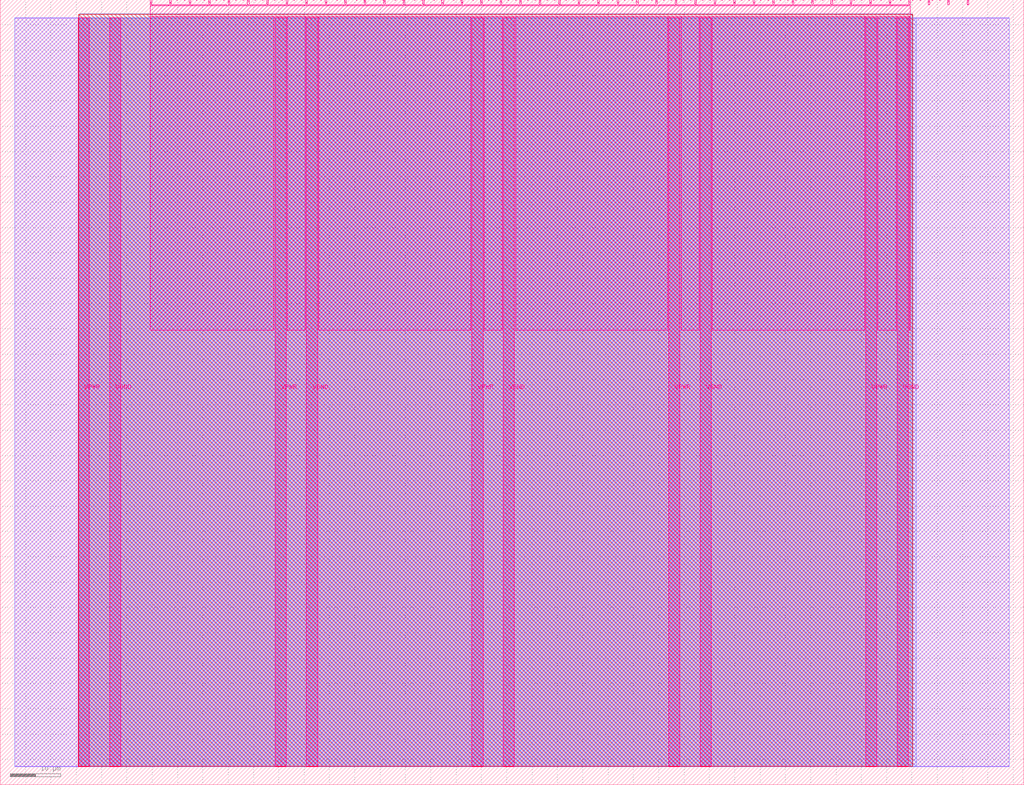
<source format=lef>
VERSION 5.7 ;
  NOWIREEXTENSIONATPIN ON ;
  DIVIDERCHAR "/" ;
  BUSBITCHARS "[]" ;
MACRO tt_um_tt09_array_multiplier
  CLASS BLOCK ;
  FOREIGN tt_um_tt09_array_multiplier ;
  ORIGIN 0.000 0.000 ;
  SIZE 202.080 BY 154.980 ;
  PIN VGND
    DIRECTION INOUT ;
    USE GROUND ;
    PORT
      LAYER Metal5 ;
        RECT 21.580 3.560 23.780 151.420 ;
    END
    PORT
      LAYER Metal5 ;
        RECT 60.450 3.560 62.650 151.420 ;
    END
    PORT
      LAYER Metal5 ;
        RECT 99.320 3.560 101.520 151.420 ;
    END
    PORT
      LAYER Metal5 ;
        RECT 138.190 3.560 140.390 151.420 ;
    END
    PORT
      LAYER Metal5 ;
        RECT 177.060 3.560 179.260 151.420 ;
    END
  END VGND
  PIN VPWR
    DIRECTION INOUT ;
    USE POWER ;
    PORT
      LAYER Metal5 ;
        RECT 15.380 3.560 17.580 151.420 ;
    END
    PORT
      LAYER Metal5 ;
        RECT 54.250 3.560 56.450 151.420 ;
    END
    PORT
      LAYER Metal5 ;
        RECT 93.120 3.560 95.320 151.420 ;
    END
    PORT
      LAYER Metal5 ;
        RECT 131.990 3.560 134.190 151.420 ;
    END
    PORT
      LAYER Metal5 ;
        RECT 170.860 3.560 173.060 151.420 ;
    END
  END VPWR
  PIN clk
    DIRECTION INPUT ;
    USE SIGNAL ;
    PORT
      LAYER Metal5 ;
        RECT 187.050 153.980 187.350 154.980 ;
    END
  END clk
  PIN ena
    DIRECTION INPUT ;
    USE SIGNAL ;
    PORT
      LAYER Metal5 ;
        RECT 190.890 153.980 191.190 154.980 ;
    END
  END ena
  PIN rst_n
    DIRECTION INPUT ;
    USE SIGNAL ;
    PORT
      LAYER Metal5 ;
        RECT 183.210 153.980 183.510 154.980 ;
    END
  END rst_n
  PIN ui_in[0]
    DIRECTION INPUT ;
    USE SIGNAL ;
    ANTENNAGATEAREA 0.213200 ;
    PORT
      LAYER Metal5 ;
        RECT 179.370 153.980 179.670 154.980 ;
    END
  END ui_in[0]
  PIN ui_in[1]
    DIRECTION INPUT ;
    USE SIGNAL ;
    ANTENNAGATEAREA 0.213200 ;
    PORT
      LAYER Metal5 ;
        RECT 175.530 153.980 175.830 154.980 ;
    END
  END ui_in[1]
  PIN ui_in[2]
    DIRECTION INPUT ;
    USE SIGNAL ;
    ANTENNAGATEAREA 0.213200 ;
    PORT
      LAYER Metal5 ;
        RECT 171.690 153.980 171.990 154.980 ;
    END
  END ui_in[2]
  PIN ui_in[3]
    DIRECTION INPUT ;
    USE SIGNAL ;
    ANTENNAGATEAREA 0.213200 ;
    PORT
      LAYER Metal5 ;
        RECT 167.850 153.980 168.150 154.980 ;
    END
  END ui_in[3]
  PIN ui_in[4]
    DIRECTION INPUT ;
    USE SIGNAL ;
    ANTENNAGATEAREA 0.213200 ;
    PORT
      LAYER Metal5 ;
        RECT 164.010 153.980 164.310 154.980 ;
    END
  END ui_in[4]
  PIN ui_in[5]
    DIRECTION INPUT ;
    USE SIGNAL ;
    ANTENNAGATEAREA 0.213200 ;
    PORT
      LAYER Metal5 ;
        RECT 160.170 153.980 160.470 154.980 ;
    END
  END ui_in[5]
  PIN ui_in[6]
    DIRECTION INPUT ;
    USE SIGNAL ;
    ANTENNAGATEAREA 0.213200 ;
    PORT
      LAYER Metal5 ;
        RECT 156.330 153.980 156.630 154.980 ;
    END
  END ui_in[6]
  PIN ui_in[7]
    DIRECTION INPUT ;
    USE SIGNAL ;
    ANTENNAGATEAREA 0.213200 ;
    PORT
      LAYER Metal5 ;
        RECT 152.490 153.980 152.790 154.980 ;
    END
  END ui_in[7]
  PIN uio_in[0]
    DIRECTION INPUT ;
    USE SIGNAL ;
    PORT
      LAYER Metal5 ;
        RECT 148.650 153.980 148.950 154.980 ;
    END
  END uio_in[0]
  PIN uio_in[1]
    DIRECTION INPUT ;
    USE SIGNAL ;
    PORT
      LAYER Metal5 ;
        RECT 144.810 153.980 145.110 154.980 ;
    END
  END uio_in[1]
  PIN uio_in[2]
    DIRECTION INPUT ;
    USE SIGNAL ;
    PORT
      LAYER Metal5 ;
        RECT 140.970 153.980 141.270 154.980 ;
    END
  END uio_in[2]
  PIN uio_in[3]
    DIRECTION INPUT ;
    USE SIGNAL ;
    PORT
      LAYER Metal5 ;
        RECT 137.130 153.980 137.430 154.980 ;
    END
  END uio_in[3]
  PIN uio_in[4]
    DIRECTION INPUT ;
    USE SIGNAL ;
    PORT
      LAYER Metal5 ;
        RECT 133.290 153.980 133.590 154.980 ;
    END
  END uio_in[4]
  PIN uio_in[5]
    DIRECTION INPUT ;
    USE SIGNAL ;
    PORT
      LAYER Metal5 ;
        RECT 129.450 153.980 129.750 154.980 ;
    END
  END uio_in[5]
  PIN uio_in[6]
    DIRECTION INPUT ;
    USE SIGNAL ;
    PORT
      LAYER Metal5 ;
        RECT 125.610 153.980 125.910 154.980 ;
    END
  END uio_in[6]
  PIN uio_in[7]
    DIRECTION INPUT ;
    USE SIGNAL ;
    PORT
      LAYER Metal5 ;
        RECT 121.770 153.980 122.070 154.980 ;
    END
  END uio_in[7]
  PIN uio_oe[0]
    DIRECTION OUTPUT ;
    USE SIGNAL ;
    ANTENNADIFFAREA 0.299200 ;
    PORT
      LAYER Metal5 ;
        RECT 56.490 153.980 56.790 154.980 ;
    END
  END uio_oe[0]
  PIN uio_oe[1]
    DIRECTION OUTPUT ;
    USE SIGNAL ;
    ANTENNADIFFAREA 0.299200 ;
    PORT
      LAYER Metal5 ;
        RECT 52.650 153.980 52.950 154.980 ;
    END
  END uio_oe[1]
  PIN uio_oe[2]
    DIRECTION OUTPUT ;
    USE SIGNAL ;
    ANTENNADIFFAREA 0.299200 ;
    PORT
      LAYER Metal5 ;
        RECT 48.810 153.980 49.110 154.980 ;
    END
  END uio_oe[2]
  PIN uio_oe[3]
    DIRECTION OUTPUT ;
    USE SIGNAL ;
    ANTENNADIFFAREA 0.299200 ;
    PORT
      LAYER Metal5 ;
        RECT 44.970 153.980 45.270 154.980 ;
    END
  END uio_oe[3]
  PIN uio_oe[4]
    DIRECTION OUTPUT ;
    USE SIGNAL ;
    ANTENNADIFFAREA 0.299200 ;
    PORT
      LAYER Metal5 ;
        RECT 41.130 153.980 41.430 154.980 ;
    END
  END uio_oe[4]
  PIN uio_oe[5]
    DIRECTION OUTPUT ;
    USE SIGNAL ;
    ANTENNADIFFAREA 0.299200 ;
    PORT
      LAYER Metal5 ;
        RECT 37.290 153.980 37.590 154.980 ;
    END
  END uio_oe[5]
  PIN uio_oe[6]
    DIRECTION OUTPUT ;
    USE SIGNAL ;
    ANTENNADIFFAREA 0.299200 ;
    PORT
      LAYER Metal5 ;
        RECT 33.450 153.980 33.750 154.980 ;
    END
  END uio_oe[6]
  PIN uio_oe[7]
    DIRECTION OUTPUT ;
    USE SIGNAL ;
    ANTENNADIFFAREA 0.299200 ;
    PORT
      LAYER Metal5 ;
        RECT 29.610 153.980 29.910 154.980 ;
    END
  END uio_oe[7]
  PIN uio_out[0]
    DIRECTION OUTPUT ;
    USE SIGNAL ;
    ANTENNADIFFAREA 0.299200 ;
    PORT
      LAYER Metal5 ;
        RECT 87.210 153.980 87.510 154.980 ;
    END
  END uio_out[0]
  PIN uio_out[1]
    DIRECTION OUTPUT ;
    USE SIGNAL ;
    ANTENNADIFFAREA 0.299200 ;
    PORT
      LAYER Metal5 ;
        RECT 83.370 153.980 83.670 154.980 ;
    END
  END uio_out[1]
  PIN uio_out[2]
    DIRECTION OUTPUT ;
    USE SIGNAL ;
    ANTENNADIFFAREA 0.299200 ;
    PORT
      LAYER Metal5 ;
        RECT 79.530 153.980 79.830 154.980 ;
    END
  END uio_out[2]
  PIN uio_out[3]
    DIRECTION OUTPUT ;
    USE SIGNAL ;
    ANTENNADIFFAREA 0.299200 ;
    PORT
      LAYER Metal5 ;
        RECT 75.690 153.980 75.990 154.980 ;
    END
  END uio_out[3]
  PIN uio_out[4]
    DIRECTION OUTPUT ;
    USE SIGNAL ;
    ANTENNADIFFAREA 0.299200 ;
    PORT
      LAYER Metal5 ;
        RECT 71.850 153.980 72.150 154.980 ;
    END
  END uio_out[4]
  PIN uio_out[5]
    DIRECTION OUTPUT ;
    USE SIGNAL ;
    ANTENNADIFFAREA 0.299200 ;
    PORT
      LAYER Metal5 ;
        RECT 68.010 153.980 68.310 154.980 ;
    END
  END uio_out[5]
  PIN uio_out[6]
    DIRECTION OUTPUT ;
    USE SIGNAL ;
    ANTENNADIFFAREA 0.299200 ;
    PORT
      LAYER Metal5 ;
        RECT 64.170 153.980 64.470 154.980 ;
    END
  END uio_out[6]
  PIN uio_out[7]
    DIRECTION OUTPUT ;
    USE SIGNAL ;
    ANTENNADIFFAREA 0.299200 ;
    PORT
      LAYER Metal5 ;
        RECT 60.330 153.980 60.630 154.980 ;
    END
  END uio_out[7]
  PIN uo_out[0]
    DIRECTION OUTPUT ;
    USE SIGNAL ;
    ANTENNADIFFAREA 0.632400 ;
    PORT
      LAYER Metal5 ;
        RECT 117.930 153.980 118.230 154.980 ;
    END
  END uo_out[0]
  PIN uo_out[1]
    DIRECTION OUTPUT ;
    USE SIGNAL ;
    ANTENNADIFFAREA 0.654800 ;
    PORT
      LAYER Metal5 ;
        RECT 114.090 153.980 114.390 154.980 ;
    END
  END uo_out[1]
  PIN uo_out[2]
    DIRECTION OUTPUT ;
    USE SIGNAL ;
    ANTENNADIFFAREA 0.654800 ;
    PORT
      LAYER Metal5 ;
        RECT 110.250 153.980 110.550 154.980 ;
    END
  END uo_out[2]
  PIN uo_out[3]
    DIRECTION OUTPUT ;
    USE SIGNAL ;
    ANTENNADIFFAREA 0.654800 ;
    PORT
      LAYER Metal5 ;
        RECT 106.410 153.980 106.710 154.980 ;
    END
  END uo_out[3]
  PIN uo_out[4]
    DIRECTION OUTPUT ;
    USE SIGNAL ;
    ANTENNADIFFAREA 0.654800 ;
    PORT
      LAYER Metal5 ;
        RECT 102.570 153.980 102.870 154.980 ;
    END
  END uo_out[4]
  PIN uo_out[5]
    DIRECTION OUTPUT ;
    USE SIGNAL ;
    ANTENNADIFFAREA 0.654800 ;
    PORT
      LAYER Metal5 ;
        RECT 98.730 153.980 99.030 154.980 ;
    END
  END uo_out[5]
  PIN uo_out[6]
    DIRECTION OUTPUT ;
    USE SIGNAL ;
    ANTENNADIFFAREA 0.654800 ;
    PORT
      LAYER Metal5 ;
        RECT 94.890 153.980 95.190 154.980 ;
    END
  END uo_out[6]
  PIN uo_out[7]
    DIRECTION OUTPUT ;
    USE SIGNAL ;
    ANTENNADIFFAREA 0.654800 ;
    PORT
      LAYER Metal5 ;
        RECT 91.050 153.980 91.350 154.980 ;
    END
  END uo_out[7]
  OBS
      LAYER GatPoly ;
        RECT 2.880 3.630 199.200 151.350 ;
      LAYER Metal1 ;
        RECT 2.880 3.560 199.200 151.420 ;
      LAYER Metal2 ;
        RECT 15.515 3.680 180.865 151.300 ;
      LAYER Metal3 ;
        RECT 15.560 3.635 180.100 152.185 ;
      LAYER Metal4 ;
        RECT 15.515 3.680 180.145 152.140 ;
      LAYER Metal5 ;
        RECT 30.120 153.770 33.240 153.980 ;
        RECT 33.960 153.770 37.080 153.980 ;
        RECT 37.800 153.770 40.920 153.980 ;
        RECT 41.640 153.770 44.760 153.980 ;
        RECT 45.480 153.770 48.600 153.980 ;
        RECT 49.320 153.770 52.440 153.980 ;
        RECT 53.160 153.770 56.280 153.980 ;
        RECT 57.000 153.770 60.120 153.980 ;
        RECT 60.840 153.770 63.960 153.980 ;
        RECT 64.680 153.770 67.800 153.980 ;
        RECT 68.520 153.770 71.640 153.980 ;
        RECT 72.360 153.770 75.480 153.980 ;
        RECT 76.200 153.770 79.320 153.980 ;
        RECT 80.040 153.770 83.160 153.980 ;
        RECT 83.880 153.770 87.000 153.980 ;
        RECT 87.720 153.770 90.840 153.980 ;
        RECT 91.560 153.770 94.680 153.980 ;
        RECT 95.400 153.770 98.520 153.980 ;
        RECT 99.240 153.770 102.360 153.980 ;
        RECT 103.080 153.770 106.200 153.980 ;
        RECT 106.920 153.770 110.040 153.980 ;
        RECT 110.760 153.770 113.880 153.980 ;
        RECT 114.600 153.770 117.720 153.980 ;
        RECT 118.440 153.770 121.560 153.980 ;
        RECT 122.280 153.770 125.400 153.980 ;
        RECT 126.120 153.770 129.240 153.980 ;
        RECT 129.960 153.770 133.080 153.980 ;
        RECT 133.800 153.770 136.920 153.980 ;
        RECT 137.640 153.770 140.760 153.980 ;
        RECT 141.480 153.770 144.600 153.980 ;
        RECT 145.320 153.770 148.440 153.980 ;
        RECT 149.160 153.770 152.280 153.980 ;
        RECT 153.000 153.770 156.120 153.980 ;
        RECT 156.840 153.770 159.960 153.980 ;
        RECT 160.680 153.770 163.800 153.980 ;
        RECT 164.520 153.770 167.640 153.980 ;
        RECT 168.360 153.770 171.480 153.980 ;
        RECT 172.200 153.770 175.320 153.980 ;
        RECT 176.040 153.770 179.160 153.980 ;
        RECT 29.660 151.630 179.620 153.770 ;
        RECT 29.660 89.735 54.040 151.630 ;
        RECT 56.660 89.735 60.240 151.630 ;
        RECT 62.860 89.735 92.910 151.630 ;
        RECT 95.530 89.735 99.110 151.630 ;
        RECT 101.730 89.735 131.780 151.630 ;
        RECT 134.400 89.735 137.980 151.630 ;
        RECT 140.600 89.735 170.650 151.630 ;
        RECT 173.270 89.735 176.850 151.630 ;
        RECT 179.470 89.735 179.620 151.630 ;
  END
END tt_um_tt09_array_multiplier
END LIBRARY


</source>
